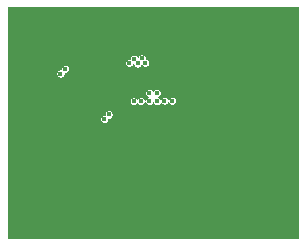
<source format=gbr>
G04 #@! TF.GenerationSoftware,KiCad,Pcbnew,5.0.2+dfsg1-1~bpo9+1*
G04 #@! TF.CreationDate,2019-10-17T14:06:53+02:00*
G04 #@! TF.ProjectId,zglue-dragon-adapter,7a676c75-652d-4647-9261-676f6e2d6164,rev?*
G04 #@! TF.SameCoordinates,Original*
G04 #@! TF.FileFunction,Copper,L7,Inr*
G04 #@! TF.FilePolarity,Positive*
%FSLAX46Y46*%
G04 Gerber Fmt 4.6, Leading zero omitted, Abs format (unit mm)*
G04 Created by KiCad (PCBNEW 5.0.2+dfsg1-1~bpo9+1) date Thu 17 Oct 2019 02:06:53 PM CEST*
%MOMM*%
%LPD*%
G01*
G04 APERTURE LIST*
G04 #@! TA.AperFunction,ViaPad*
%ADD10C,0.400000*%
G04 #@! TD*
G04 #@! TA.AperFunction,Conductor*
%ADD11C,0.100000*%
G04 #@! TD*
G04 APERTURE END LIST*
D10*
G04 #@! TO.N,GND*
X16400000Y-14880000D03*
X17000000Y-15380000D03*
G04 #@! TO.N,/CSI_CLK_IN_P*
X8375545Y-9734455D03*
X5064455Y-5495545D03*
G04 #@! TO.N,/CSI_CLK_IN_N*
X8764455Y-9345545D03*
X4675545Y-5884455D03*
G04 #@! TO.N,Net-(U1-PadD8)*
X14125000Y-8205000D03*
G04 #@! TO.N,/ULPM_WAKE*
X10875000Y-8220000D03*
G04 #@! TO.N,/CSI_INT*
X13475000Y-8200000D03*
G04 #@! TO.N,/CTRL_OUT*
X11850000Y-4980000D03*
G04 #@! TO.N,/PROC_SCK*
X12175000Y-7525000D03*
G04 #@! TO.N,/MIPI_SEL*
X12850000Y-8225000D03*
G04 #@! TO.N,/PROC_SI*
X12825000Y-7525000D03*
G04 #@! TO.N,/PROC_OUT_0*
X10500000Y-4980000D03*
G04 #@! TO.N,/USB_DET*
X11550000Y-4580000D03*
G04 #@! TO.N,/PIO1*
X11475000Y-8215000D03*
G04 #@! TO.N,/CTRL_RST*
X12175000Y-8210000D03*
G04 #@! TO.N,/PIO2*
X10900000Y-4630000D03*
G04 #@! TO.N,/PROC_RST*
X11200000Y-5030000D03*
G04 #@! TD*
D11*
G04 #@! TO.N,GND*
G36*
X24775000Y-19775000D02*
X225000Y-19775000D01*
X225000Y-9664836D01*
X8025545Y-9664836D01*
X8025545Y-9804074D01*
X8078829Y-9932714D01*
X8177286Y-10031171D01*
X8305926Y-10084455D01*
X8445164Y-10084455D01*
X8573804Y-10031171D01*
X8672261Y-9932714D01*
X8725545Y-9804074D01*
X8725545Y-9695545D01*
X8834074Y-9695545D01*
X8962714Y-9642261D01*
X9061171Y-9543804D01*
X9114455Y-9415164D01*
X9114455Y-9275926D01*
X9061171Y-9147286D01*
X8962714Y-9048829D01*
X8834074Y-8995545D01*
X8694836Y-8995545D01*
X8566196Y-9048829D01*
X8467739Y-9147286D01*
X8414455Y-9275926D01*
X8414455Y-9384455D01*
X8305926Y-9384455D01*
X8177286Y-9437739D01*
X8078829Y-9536196D01*
X8025545Y-9664836D01*
X225000Y-9664836D01*
X225000Y-8150381D01*
X10525000Y-8150381D01*
X10525000Y-8289619D01*
X10578284Y-8418259D01*
X10676741Y-8516716D01*
X10805381Y-8570000D01*
X10944619Y-8570000D01*
X11073259Y-8516716D01*
X11171716Y-8418259D01*
X11176036Y-8407831D01*
X11178284Y-8413259D01*
X11276741Y-8511716D01*
X11405381Y-8565000D01*
X11544619Y-8565000D01*
X11673259Y-8511716D01*
X11771716Y-8413259D01*
X11825000Y-8284619D01*
X11825000Y-8279619D01*
X11878284Y-8408259D01*
X11976741Y-8506716D01*
X12105381Y-8560000D01*
X12244619Y-8560000D01*
X12373259Y-8506716D01*
X12471716Y-8408259D01*
X12509393Y-8317297D01*
X12553284Y-8423259D01*
X12651741Y-8521716D01*
X12780381Y-8575000D01*
X12919619Y-8575000D01*
X13048259Y-8521716D01*
X13146716Y-8423259D01*
X13167678Y-8372653D01*
X13178284Y-8398259D01*
X13276741Y-8496716D01*
X13405381Y-8550000D01*
X13544619Y-8550000D01*
X13673259Y-8496716D01*
X13771716Y-8398259D01*
X13798964Y-8332475D01*
X13828284Y-8403259D01*
X13926741Y-8501716D01*
X14055381Y-8555000D01*
X14194619Y-8555000D01*
X14323259Y-8501716D01*
X14421716Y-8403259D01*
X14475000Y-8274619D01*
X14475000Y-8135381D01*
X14421716Y-8006741D01*
X14323259Y-7908284D01*
X14194619Y-7855000D01*
X14055381Y-7855000D01*
X13926741Y-7908284D01*
X13828284Y-8006741D01*
X13801036Y-8072525D01*
X13771716Y-8001741D01*
X13673259Y-7903284D01*
X13544619Y-7850000D01*
X13405381Y-7850000D01*
X13276741Y-7903284D01*
X13178284Y-8001741D01*
X13157322Y-8052347D01*
X13146716Y-8026741D01*
X13048259Y-7928284D01*
X12919619Y-7875000D01*
X12894619Y-7875000D01*
X13023259Y-7821716D01*
X13121716Y-7723259D01*
X13175000Y-7594619D01*
X13175000Y-7455381D01*
X13121716Y-7326741D01*
X13023259Y-7228284D01*
X12894619Y-7175000D01*
X12755381Y-7175000D01*
X12626741Y-7228284D01*
X12528284Y-7326741D01*
X12500000Y-7395025D01*
X12471716Y-7326741D01*
X12373259Y-7228284D01*
X12244619Y-7175000D01*
X12105381Y-7175000D01*
X11976741Y-7228284D01*
X11878284Y-7326741D01*
X11825000Y-7455381D01*
X11825000Y-7594619D01*
X11878284Y-7723259D01*
X11976741Y-7821716D01*
X12087274Y-7867500D01*
X11976741Y-7913284D01*
X11878284Y-8011741D01*
X11825000Y-8140381D01*
X11825000Y-8145381D01*
X11771716Y-8016741D01*
X11673259Y-7918284D01*
X11544619Y-7865000D01*
X11405381Y-7865000D01*
X11276741Y-7918284D01*
X11178284Y-8016741D01*
X11173964Y-8027169D01*
X11171716Y-8021741D01*
X11073259Y-7923284D01*
X10944619Y-7870000D01*
X10805381Y-7870000D01*
X10676741Y-7923284D01*
X10578284Y-8021741D01*
X10525000Y-8150381D01*
X225000Y-8150381D01*
X225000Y-5814836D01*
X4325545Y-5814836D01*
X4325545Y-5954074D01*
X4378829Y-6082714D01*
X4477286Y-6181171D01*
X4605926Y-6234455D01*
X4745164Y-6234455D01*
X4873804Y-6181171D01*
X4972261Y-6082714D01*
X5025545Y-5954074D01*
X5025545Y-5845545D01*
X5134074Y-5845545D01*
X5262714Y-5792261D01*
X5361171Y-5693804D01*
X5414455Y-5565164D01*
X5414455Y-5425926D01*
X5361171Y-5297286D01*
X5262714Y-5198829D01*
X5134074Y-5145545D01*
X4994836Y-5145545D01*
X4866196Y-5198829D01*
X4767739Y-5297286D01*
X4714455Y-5425926D01*
X4714455Y-5534455D01*
X4605926Y-5534455D01*
X4477286Y-5587739D01*
X4378829Y-5686196D01*
X4325545Y-5814836D01*
X225000Y-5814836D01*
X225000Y-4910381D01*
X10150000Y-4910381D01*
X10150000Y-5049619D01*
X10203284Y-5178259D01*
X10301741Y-5276716D01*
X10430381Y-5330000D01*
X10569619Y-5330000D01*
X10698259Y-5276716D01*
X10796716Y-5178259D01*
X10850000Y-5049619D01*
X10850000Y-5099619D01*
X10903284Y-5228259D01*
X11001741Y-5326716D01*
X11130381Y-5380000D01*
X11269619Y-5380000D01*
X11398259Y-5326716D01*
X11496716Y-5228259D01*
X11535355Y-5134975D01*
X11553284Y-5178259D01*
X11651741Y-5276716D01*
X11780381Y-5330000D01*
X11919619Y-5330000D01*
X12048259Y-5276716D01*
X12146716Y-5178259D01*
X12200000Y-5049619D01*
X12200000Y-4910381D01*
X12146716Y-4781741D01*
X12048259Y-4683284D01*
X11919619Y-4630000D01*
X11900000Y-4630000D01*
X11900000Y-4510381D01*
X11846716Y-4381741D01*
X11748259Y-4283284D01*
X11619619Y-4230000D01*
X11480381Y-4230000D01*
X11351741Y-4283284D01*
X11253284Y-4381741D01*
X11214645Y-4475025D01*
X11196716Y-4431741D01*
X11098259Y-4333284D01*
X10969619Y-4280000D01*
X10830381Y-4280000D01*
X10701741Y-4333284D01*
X10603284Y-4431741D01*
X10550000Y-4560381D01*
X10550000Y-4630000D01*
X10430381Y-4630000D01*
X10301741Y-4683284D01*
X10203284Y-4781741D01*
X10150000Y-4910381D01*
X225000Y-4910381D01*
X225000Y-225000D01*
X24775001Y-225000D01*
X24775000Y-19775000D01*
X24775000Y-19775000D01*
G37*
X24775000Y-19775000D02*
X225000Y-19775000D01*
X225000Y-9664836D01*
X8025545Y-9664836D01*
X8025545Y-9804074D01*
X8078829Y-9932714D01*
X8177286Y-10031171D01*
X8305926Y-10084455D01*
X8445164Y-10084455D01*
X8573804Y-10031171D01*
X8672261Y-9932714D01*
X8725545Y-9804074D01*
X8725545Y-9695545D01*
X8834074Y-9695545D01*
X8962714Y-9642261D01*
X9061171Y-9543804D01*
X9114455Y-9415164D01*
X9114455Y-9275926D01*
X9061171Y-9147286D01*
X8962714Y-9048829D01*
X8834074Y-8995545D01*
X8694836Y-8995545D01*
X8566196Y-9048829D01*
X8467739Y-9147286D01*
X8414455Y-9275926D01*
X8414455Y-9384455D01*
X8305926Y-9384455D01*
X8177286Y-9437739D01*
X8078829Y-9536196D01*
X8025545Y-9664836D01*
X225000Y-9664836D01*
X225000Y-8150381D01*
X10525000Y-8150381D01*
X10525000Y-8289619D01*
X10578284Y-8418259D01*
X10676741Y-8516716D01*
X10805381Y-8570000D01*
X10944619Y-8570000D01*
X11073259Y-8516716D01*
X11171716Y-8418259D01*
X11176036Y-8407831D01*
X11178284Y-8413259D01*
X11276741Y-8511716D01*
X11405381Y-8565000D01*
X11544619Y-8565000D01*
X11673259Y-8511716D01*
X11771716Y-8413259D01*
X11825000Y-8284619D01*
X11825000Y-8279619D01*
X11878284Y-8408259D01*
X11976741Y-8506716D01*
X12105381Y-8560000D01*
X12244619Y-8560000D01*
X12373259Y-8506716D01*
X12471716Y-8408259D01*
X12509393Y-8317297D01*
X12553284Y-8423259D01*
X12651741Y-8521716D01*
X12780381Y-8575000D01*
X12919619Y-8575000D01*
X13048259Y-8521716D01*
X13146716Y-8423259D01*
X13167678Y-8372653D01*
X13178284Y-8398259D01*
X13276741Y-8496716D01*
X13405381Y-8550000D01*
X13544619Y-8550000D01*
X13673259Y-8496716D01*
X13771716Y-8398259D01*
X13798964Y-8332475D01*
X13828284Y-8403259D01*
X13926741Y-8501716D01*
X14055381Y-8555000D01*
X14194619Y-8555000D01*
X14323259Y-8501716D01*
X14421716Y-8403259D01*
X14475000Y-8274619D01*
X14475000Y-8135381D01*
X14421716Y-8006741D01*
X14323259Y-7908284D01*
X14194619Y-7855000D01*
X14055381Y-7855000D01*
X13926741Y-7908284D01*
X13828284Y-8006741D01*
X13801036Y-8072525D01*
X13771716Y-8001741D01*
X13673259Y-7903284D01*
X13544619Y-7850000D01*
X13405381Y-7850000D01*
X13276741Y-7903284D01*
X13178284Y-8001741D01*
X13157322Y-8052347D01*
X13146716Y-8026741D01*
X13048259Y-7928284D01*
X12919619Y-7875000D01*
X12894619Y-7875000D01*
X13023259Y-7821716D01*
X13121716Y-7723259D01*
X13175000Y-7594619D01*
X13175000Y-7455381D01*
X13121716Y-7326741D01*
X13023259Y-7228284D01*
X12894619Y-7175000D01*
X12755381Y-7175000D01*
X12626741Y-7228284D01*
X12528284Y-7326741D01*
X12500000Y-7395025D01*
X12471716Y-7326741D01*
X12373259Y-7228284D01*
X12244619Y-7175000D01*
X12105381Y-7175000D01*
X11976741Y-7228284D01*
X11878284Y-7326741D01*
X11825000Y-7455381D01*
X11825000Y-7594619D01*
X11878284Y-7723259D01*
X11976741Y-7821716D01*
X12087274Y-7867500D01*
X11976741Y-7913284D01*
X11878284Y-8011741D01*
X11825000Y-8140381D01*
X11825000Y-8145381D01*
X11771716Y-8016741D01*
X11673259Y-7918284D01*
X11544619Y-7865000D01*
X11405381Y-7865000D01*
X11276741Y-7918284D01*
X11178284Y-8016741D01*
X11173964Y-8027169D01*
X11171716Y-8021741D01*
X11073259Y-7923284D01*
X10944619Y-7870000D01*
X10805381Y-7870000D01*
X10676741Y-7923284D01*
X10578284Y-8021741D01*
X10525000Y-8150381D01*
X225000Y-8150381D01*
X225000Y-5814836D01*
X4325545Y-5814836D01*
X4325545Y-5954074D01*
X4378829Y-6082714D01*
X4477286Y-6181171D01*
X4605926Y-6234455D01*
X4745164Y-6234455D01*
X4873804Y-6181171D01*
X4972261Y-6082714D01*
X5025545Y-5954074D01*
X5025545Y-5845545D01*
X5134074Y-5845545D01*
X5262714Y-5792261D01*
X5361171Y-5693804D01*
X5414455Y-5565164D01*
X5414455Y-5425926D01*
X5361171Y-5297286D01*
X5262714Y-5198829D01*
X5134074Y-5145545D01*
X4994836Y-5145545D01*
X4866196Y-5198829D01*
X4767739Y-5297286D01*
X4714455Y-5425926D01*
X4714455Y-5534455D01*
X4605926Y-5534455D01*
X4477286Y-5587739D01*
X4378829Y-5686196D01*
X4325545Y-5814836D01*
X225000Y-5814836D01*
X225000Y-4910381D01*
X10150000Y-4910381D01*
X10150000Y-5049619D01*
X10203284Y-5178259D01*
X10301741Y-5276716D01*
X10430381Y-5330000D01*
X10569619Y-5330000D01*
X10698259Y-5276716D01*
X10796716Y-5178259D01*
X10850000Y-5049619D01*
X10850000Y-5099619D01*
X10903284Y-5228259D01*
X11001741Y-5326716D01*
X11130381Y-5380000D01*
X11269619Y-5380000D01*
X11398259Y-5326716D01*
X11496716Y-5228259D01*
X11535355Y-5134975D01*
X11553284Y-5178259D01*
X11651741Y-5276716D01*
X11780381Y-5330000D01*
X11919619Y-5330000D01*
X12048259Y-5276716D01*
X12146716Y-5178259D01*
X12200000Y-5049619D01*
X12200000Y-4910381D01*
X12146716Y-4781741D01*
X12048259Y-4683284D01*
X11919619Y-4630000D01*
X11900000Y-4630000D01*
X11900000Y-4510381D01*
X11846716Y-4381741D01*
X11748259Y-4283284D01*
X11619619Y-4230000D01*
X11480381Y-4230000D01*
X11351741Y-4283284D01*
X11253284Y-4381741D01*
X11214645Y-4475025D01*
X11196716Y-4431741D01*
X11098259Y-4333284D01*
X10969619Y-4280000D01*
X10830381Y-4280000D01*
X10701741Y-4333284D01*
X10603284Y-4431741D01*
X10550000Y-4560381D01*
X10550000Y-4630000D01*
X10430381Y-4630000D01*
X10301741Y-4683284D01*
X10203284Y-4781741D01*
X10150000Y-4910381D01*
X225000Y-4910381D01*
X225000Y-225000D01*
X24775001Y-225000D01*
X24775000Y-19775000D01*
G04 #@! TD*
M02*

</source>
